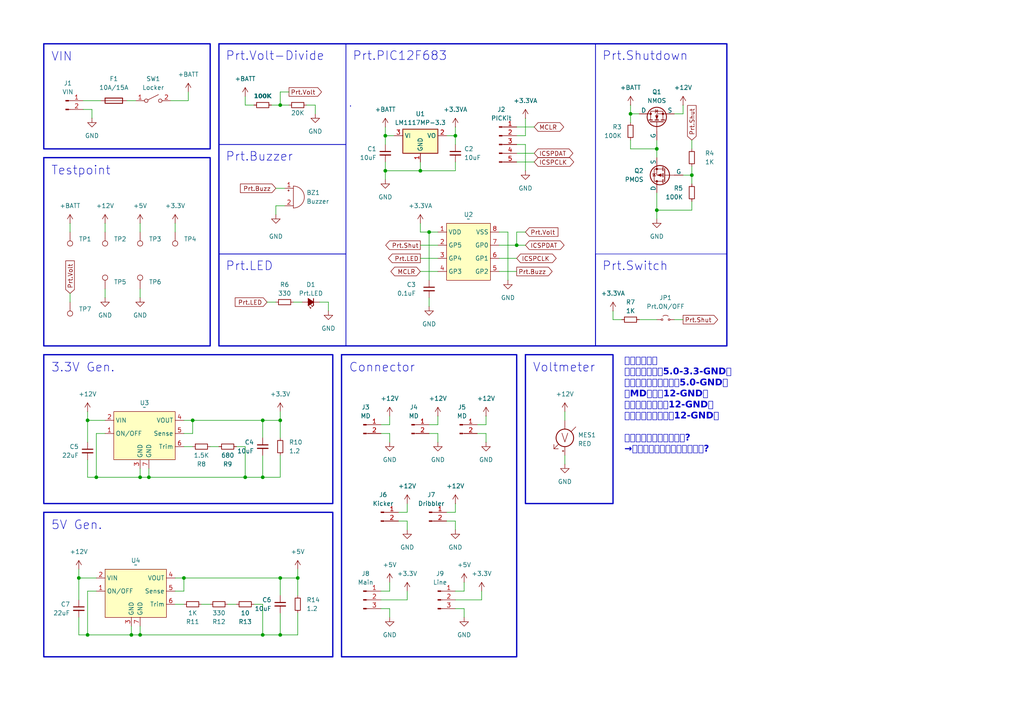
<source format=kicad_sch>
(kicad_sch (version 20231120) (generator "eeschema") (generator_version "8.0")
  (paper "A4")
  (lib_symbols
    (symbol "@2025-power:OKL-T6-W12N"
      (property "Reference" "U" (at 0 1.27 0))
      (symbol "OKL-T6-W12N_1_1"
        (rectangle (start -8.89 0) (end 8.89 -13.97) (fill (type background)))
        (pin passive line (at -11.43 -6.35 0) (length 2.54) (name "ON/OFF") (number "1"))
        (pin power_in line (at -11.43 -2.54 0) (length 2.54) (name "VIN") (number "2"))
        (pin power_out line (at -1.27 -16.51 90) (length 2.54) (name "GND") (number "3"))
        (pin power_out line (at 11.43 -2.54 180) (length 2.54) (name "VOUT") (number "4"))
        (pin passive line (at 11.43 -6.35 180) (length 2.54) (name "Sense") (number "5"))
        (pin passive line (at 11.43 -10.16 180) (length 2.54) (name "Trim") (number "6"))
        (pin power_out line (at 1.27 -16.51 90) (length 2.54) (name "GND") (number "7"))
      )
    )
    (symbol "@2025-power:PIC12F683"
      (property "Reference" "U" (at 0 1.27 0))
      (symbol "PIC12F683_1_1"
        (rectangle (start -6.35 0) (end 6.35 -16.51) (fill (type background)))
        (pin power_in line (at -8.89 -2.54 0) (length 2.54) (name "VDD") (number "1"))
        (pin passive line (at -8.89 -6.35 0) (length 2.54) (name "GP5") (number "2"))
        (pin passive line (at -8.89 -10.16 0) (length 2.54) (name "GP4") (number "3"))
        (pin passive line (at -8.89 -13.97 0) (length 2.54) (name "GP3") (number "4"))
        (pin passive line (at 8.89 -13.97 180) (length 2.54) (name "GP2") (number "5"))
        (pin passive line (at 8.89 -10.16 180) (length 2.54) (name "GP1") (number "6"))
        (pin passive line (at 8.89 -6.35 180) (length 2.54) (name "GP0") (number "7"))
        (pin power_out line (at 8.89 -2.54 180) (length 2.54) (name "VSS") (number "8"))
      )
    )
    (symbol "Connector:Conn_01x02_Pin" (pin_names (offset 1.016) hide)
      (property "Reference" "J" (at 0 2.54 0))
      (property "Value" "Conn_01x02_Pin" (at 0 -5.08 0))
      (symbol "Conn_01x02_Pin_1_1"
        (polyline (pts (xy 1.27 -2.54) (xy 0.8636 -2.54)) (stroke (width 0.1524)))
        (polyline (pts (xy 1.27 0) (xy 0.8636 0)) (stroke (width 0.1524)))
        (rectangle (start 0.8636 -2.413) (end 0 -2.667) (stroke (width 0.1524)) (fill (type outline)))
        (rectangle (start 0.8636 0.127) (end 0 -0.127) (stroke (width 0.1524)) (fill (type outline)))
        (pin passive line (at 5.08 0 180) (length 3.81) (name "Pin_1") (number "1"))
        (pin passive line (at 5.08 -2.54 180) (length 3.81) (name "Pin_2") (number "2"))
      )
    )
    (symbol "Connector:Conn_01x03_Pin" (pin_names (offset 1.016) hide)
      (property "Reference" "J" (at 0 5.08 0))
      (property "Value" "Conn_01x03_Pin" (at 0 -5.08 0))
      (symbol "Conn_01x03_Pin_1_1"
        (polyline (pts (xy 1.27 -2.54) (xy 0.8636 -2.54)) (stroke (width 0.1524)))
        (polyline (pts (xy 1.27 0) (xy 0.8636 0)) (stroke (width 0.1524)))
        (polyline (pts (xy 1.27 2.54) (xy 0.8636 2.54)) (stroke (width 0.1524)))
        (rectangle (start 0.8636 -2.413) (end 0 -2.667) (stroke (width 0.1524)) (fill (type outline)))
        (rectangle (start 0.8636 0.127) (end 0 -0.127) (stroke (width 0.1524)) (fill (type outline)))
        (rectangle (start 0.8636 2.667) (end 0 2.413) (stroke (width 0.1524)) (fill (type outline)))
        (pin passive line (at 5.08 2.54 180) (length 3.81) (name "Pin_1") (number "1"))
        (pin passive line (at 5.08 0 180) (length 3.81) (name "Pin_2") (number "2"))
        (pin passive line (at 5.08 -2.54 180) (length 3.81) (name "Pin_3") (number "3"))
      )
    )
    (symbol "Connector:Conn_01x05_Pin" (pin_names (offset 1.016) hide)
      (property "Reference" "J" (at 0 7.62 0))
      (property "Value" "Conn_01x05_Pin" (at 0 -7.62 0))
      (symbol "Conn_01x05_Pin_1_1"
        (polyline (pts (xy 1.27 -5.08) (xy 0.8636 -5.08)) (stroke (width 0.1524)))
        (polyline (pts (xy 1.27 -2.54) (xy 0.8636 -2.54)) (stroke (width 0.1524)))
        (polyline (pts (xy 1.27 0) (xy 0.8636 0)) (stroke (width 0.1524)))
        (polyline (pts (xy 1.27 2.54) (xy 0.8636 2.54)) (stroke (width 0.1524)))
        (polyline (pts (xy 1.27 5.08) (xy 0.8636 5.08)) (stroke (width 0.1524)))
        (rectangle (start 0.8636 -4.953) (end 0 -5.207) (stroke (width 0.1524)) (fill (type outline)))
        (rectangle (start 0.8636 -2.413) (end 0 -2.667) (stroke (width 0.1524)) (fill (type outline)))
        (rectangle (start 0.8636 0.127) (end 0 -0.127) (stroke (width 0.1524)) (fill (type outline)))
        (rectangle (start 0.8636 2.667) (end 0 2.413) (stroke (width 0.1524)) (fill (type outline)))
        (rectangle (start 0.8636 5.207) (end 0 4.953) (stroke (width 0.1524)) (fill (type outline)))
        (pin passive line (at 5.08 5.08 180) (length 3.81) (name "Pin_1") (number "1"))
        (pin passive line (at 5.08 2.54 180) (length 3.81) (name "Pin_2") (number "2"))
        (pin passive line (at 5.08 0 180) (length 3.81) (name "Pin_3") (number "3"))
        (pin passive line (at 5.08 -2.54 180) (length 3.81) (name "Pin_4") (number "4"))
        (pin passive line (at 5.08 -5.08 180) (length 3.81) (name "Pin_5") (number "5"))
      )
    )
    (symbol "Connector:TestPoint" (pin_numbers hide) (pin_names (offset 0.762) hide)
      (property "Reference" "TP" (at 0 6.858 0))
      (property "Value" "TestPoint" (at 0 5.08 0))
      (symbol "TestPoint_0_1"
        (circle (center 0 3.302) (radius 0.762))
      )
      (symbol "TestPoint_1_1"
        (pin passive line (at 0 0 90) (length 2.54) (name "1") (number "1"))
      )
    )
    (symbol "Device:Buzzer" (pin_names (offset 0.0254) hide)
      (property "Reference" "BZ" (at 3.81 1.27 0))
      (property "Value" "Buzzer" (at 3.81 -1.27 0))
      (symbol "Buzzer_0_1"
        (arc (start 0 -3.175) (mid 3.1612 0) (end 0 3.175))
        (polyline (pts (xy -1.651 1.905) (xy -1.143 1.905)))
        (polyline (pts (xy -1.397 2.159) (xy -1.397 1.651)))
        (polyline (pts (xy 0 3.175) (xy 0 -3.175)))
      )
      (symbol "Buzzer_1_1"
        (pin passive line (at -2.54 2.54 0) (length 2.54) (name "+") (number "1"))
        (pin passive line (at -2.54 -2.54 0) (length 2.54) (name "-") (number "2"))
      )
    )
    (symbol "Device:C_Small" (pin_numbers hide) (pin_names (offset 0.254) hide)
      (property "Reference" "C" (at 0.254 1.778 0))
      (property "Value" "C_Small" (at 0.254 -2.032 0))
      (symbol "C_Small_0_1"
        (polyline (pts (xy -1.524 -0.508) (xy 1.524 -0.508)) (stroke (width 0.3302)))
        (polyline (pts (xy -1.524 0.508) (xy 1.524 0.508)) (stroke (width 0.3048)))
      )
      (symbol "C_Small_1_1"
        (pin passive line (at 0 2.54 270) (length 2.032) (name "~") (number "1"))
        (pin passive line (at 0 -2.54 90) (length 2.032) (name "~") (number "2"))
      )
    )
    (symbol "Device:Fuse" (pin_numbers hide) (pin_names (offset 0))
      (property "Reference" "F" (at 2.032 0 90))
      (property "Value" "Fuse" (at -1.905 0 90))
      (symbol "Fuse_0_1"
        (rectangle (start -0.762 -2.54) (end 0.762 2.54) (stroke (width 0.254)))
        (polyline (pts (xy 0 2.54) (xy 0 -2.54)))
      )
      (symbol "Fuse_1_1"
        (pin passive line (at 0 3.81 270) (length 1.27) (name "~") (number "1"))
        (pin passive line (at 0 -3.81 90) (length 1.27) (name "~") (number "2"))
      )
    )
    (symbol "Device:LED_Small_Filled" (pin_numbers hide) (pin_names (offset 0.254) hide)
      (property "Reference" "D" (at -1.27 3.175 0))
      (property "Value" "LED_Small_Filled" (at -4.445 -2.54 0))
      (symbol "LED_Small_Filled_0_1"
        (polyline (pts (xy -0.762 -1.016) (xy -0.762 1.016)) (stroke (width 0.254)))
        (polyline (pts (xy 1.016 0) (xy -0.762 0)))
        (polyline (pts (xy 0.762 -1.016) (xy -0.762 0) (xy 0.762 1.016) (xy 0.762 -1.016)) (stroke (width 0.254)) (fill (type outline)))
        (polyline (pts (xy 0 0.762) (xy -0.508 1.27) (xy -0.254 1.27) (xy -0.508 1.27) (xy -0.508 1.016)))
        (polyline (pts (xy 0.508 1.27) (xy 0 1.778) (xy 0.254 1.778) (xy 0 1.778) (xy 0 1.524)))
      )
      (symbol "LED_Small_Filled_1_1"
        (pin passive line (at -2.54 0 0) (length 1.778) (name "K") (number "1"))
        (pin passive line (at 2.54 0 180) (length 1.778) (name "A") (number "2"))
      )
    )
    (symbol "Device:R_Small" (pin_numbers hide) (pin_names (offset 0.254) hide)
      (property "Reference" "R" (at 0.762 0.508 0))
      (property "Value" "R_Small" (at 0.762 -1.016 0))
      (symbol "R_Small_0_1"
        (rectangle (start -0.762 1.778) (end 0.762 -1.778) (stroke (width 0.2032)))
      )
      (symbol "R_Small_1_1"
        (pin passive line (at 0 2.54 270) (length 0.762) (name "~") (number "1"))
        (pin passive line (at 0 -2.54 90) (length 0.762) (name "~") (number "2"))
      )
    )
    (symbol "Device:Voltmeter_DC" (pin_numbers hide) (pin_names (offset 0.0254) hide)
      (property "Reference" "MES" (at -3.302 1.016 0))
      (property "Value" "Voltmeter_DC" (at -3.302 -0.762 0))
      (symbol "Voltmeter_DC_0_0"
        (polyline (pts (xy -3.175 -3.175) (xy -1.905 -1.905)))
        (polyline (pts (xy 1.905 1.905) (xy 3.175 3.175)))
        (polyline (pts (xy 1.905 3.175) (xy 3.175 3.175) (xy 3.175 1.905)))
        (text "V" (at 0 0 0) (effects (font (size 2.54 2.54))))
      )
      (symbol "Voltmeter_DC_0_1"
        (polyline (pts (xy 0.254 3.81) (xy 0.762 3.81)))
        (polyline (pts (xy 0.508 4.064) (xy 0.508 3.556)))
        (circle (center 0 0) (radius 2.54) (stroke (width 0.254)))
      )
      (symbol "Voltmeter_DC_1_1"
        (pin passive line (at 0 -5.08 90) (length 2.54) (name "-") (number "1"))
        (pin passive line (at 0 5.08 270) (length 2.54) (name "+") (number "2"))
      )
    )
    (symbol "Jumper:Jumper_2_Small_Open" (pin_numbers hide) (pin_names (offset 0) hide) (exclude_from_sim yes)
      (property "Reference" "JP" (at 0 2.794 0))
      (property "Value" "Jumper_2_Small_Open" (at 0 -2.286 0))
      (symbol "Jumper_2_Small_Open_0_0"
        (circle (center -1.016 0) (radius 0.254))
        (circle (center 1.016 0) (radius 0.254))
      )
      (symbol "Jumper_2_Small_Open_0_1"
        (arc (start 0.762 1.0196) (mid 0 1.2729) (end -0.762 1.0196))
      )
      (symbol "Jumper_2_Small_Open_1_1"
        (pin passive line (at -2.54 0 0) (length 1.27) (name "A") (number "1"))
        (pin passive line (at 2.54 0 180) (length 1.27) (name "B") (number "2"))
      )
    )
    (symbol "Regulator_Linear:LM1117MP-3.3"
      (property "Reference" "U" (at -3.81 3.175 0))
      (property "Value" "LM1117MP-3.3" (at 0 3.175 0))
      (symbol "LM1117MP-3.3_0_1"
        (rectangle (start -5.08 -5.08) (end 5.08 1.905) (stroke (width 0.254)) (fill (type background)))
      )
      (symbol "LM1117MP-3.3_1_1"
        (pin power_in line (at 0 -7.62 90) (length 2.54) (name "GND") (number "1"))
        (pin power_out line (at 7.62 0 180) (length 2.54) (name "VO") (number "2"))
        (pin power_in line (at -7.62 0 0) (length 2.54) (name "VI") (number "3"))
      )
    )
    (symbol "Simulation_SPICE:NMOS" (pin_numbers hide) (pin_names (offset 0))
      (property "Reference" "Q" (at 5.08 1.27 0))
      (property "Value" "NMOS" (at 5.08 -1.27 0))
      (symbol "NMOS_0_1"
        (polyline (pts (xy 0.254 0) (xy -2.54 0)))
        (polyline (pts (xy 0.254 1.905) (xy 0.254 -1.905)) (stroke (width 0.254)))
        (polyline (pts (xy 0.762 -1.27) (xy 0.762 -2.286)) (stroke (width 0.254)))
        (polyline (pts (xy 0.762 0.508) (xy 0.762 -0.508)) (stroke (width 0.254)))
        (polyline (pts (xy 0.762 2.286) (xy 0.762 1.27)) (stroke (width 0.254)))
        (polyline (pts (xy 2.54 2.54) (xy 2.54 1.778)))
        (polyline (pts (xy 2.54 -2.54) (xy 2.54 0) (xy 0.762 0)))
        (polyline (pts (xy 0.762 -1.778) (xy 3.302 -1.778) (xy 3.302 1.778) (xy 0.762 1.778)))
        (polyline (pts (xy 1.016 0) (xy 2.032 0.381) (xy 2.032 -0.381) (xy 1.016 0)) (fill (type outline)))
        (polyline (pts (xy 2.794 0.508) (xy 2.921 0.381) (xy 3.683 0.381) (xy 3.81 0.254)))
        (polyline (pts (xy 3.302 0.381) (xy 2.921 -0.254) (xy 3.683 -0.254) (xy 3.302 0.381)))
        (circle (center 1.651 0) (radius 2.794) (stroke (width 0.254)))
        (circle (center 2.54 -1.778) (radius 0.254) (fill (type outline)))
        (circle (center 2.54 1.778) (radius 0.254) (fill (type outline)))
      )
      (symbol "NMOS_1_1"
        (pin passive line (at 2.54 5.08 270) (length 2.54) (name "D") (number "1"))
        (pin input line (at -5.08 0 0) (length 2.54) (name "G") (number "2"))
        (pin passive line (at 2.54 -5.08 90) (length 2.54) (name "S") (number "3"))
      )
    )
    (symbol "Simulation_SPICE:PMOS" (pin_numbers hide) (pin_names (offset 0))
      (property "Reference" "Q" (at 5.08 1.27 0))
      (property "Value" "PMOS" (at 5.08 -1.27 0))
      (symbol "PMOS_0_1"
        (polyline (pts (xy 0.254 0) (xy -2.54 0)))
        (polyline (pts (xy 0.254 1.905) (xy 0.254 -1.905)) (stroke (width 0.254)))
        (polyline (pts (xy 0.762 -1.27) (xy 0.762 -2.286)) (stroke (width 0.254)))
        (polyline (pts (xy 0.762 0.508) (xy 0.762 -0.508)) (stroke (width 0.254)))
        (polyline (pts (xy 0.762 2.286) (xy 0.762 1.27)) (stroke (width 0.254)))
        (polyline (pts (xy 2.54 2.54) (xy 2.54 1.778)))
        (polyline (pts (xy 2.54 -2.54) (xy 2.54 0) (xy 0.762 0)))
        (polyline (pts (xy 0.762 1.778) (xy 3.302 1.778) (xy 3.302 -1.778) (xy 0.762 -1.778)))
        (polyline (pts (xy 2.286 0) (xy 1.27 0.381) (xy 1.27 -0.381) (xy 2.286 0)) (fill (type outline)))
        (polyline (pts (xy 2.794 -0.508) (xy 2.921 -0.381) (xy 3.683 -0.381) (xy 3.81 -0.254)))
        (polyline (pts (xy 3.302 -0.381) (xy 2.921 0.254) (xy 3.683 0.254) (xy 3.302 -0.381)))
        (circle (center 1.651 0) (radius 2.794) (stroke (width 0.254)))
        (circle (center 2.54 -1.778) (radius 0.254) (fill (type outline)))
        (circle (center 2.54 1.778) (radius 0.254) (fill (type outline)))
      )
      (symbol "PMOS_1_1"
        (pin passive line (at 2.54 5.08 270) (length 2.54) (name "D") (number "1"))
        (pin input line (at -5.08 0 0) (length 2.54) (name "G") (number "2"))
        (pin passive line (at 2.54 -5.08 90) (length 2.54) (name "S") (number "3"))
      )
    )
    (symbol "Switch:SW_SPST" (pin_names (offset 0) hide)
      (property "Reference" "SW" (at 0 3.175 0))
      (property "Value" "SW_SPST" (at 0 -2.54 0))
      (symbol "SW_SPST_0_0"
        (circle (center -2.032 0) (radius 0.508))
        (polyline (pts (xy -1.524 0.254) (xy 1.524 1.778)))
        (circle (center 2.032 0) (radius 0.508))
      )
      (symbol "SW_SPST_1_1"
        (pin passive line (at -5.08 0 0) (length 2.54) (name "A") (number "1"))
        (pin passive line (at 5.08 0 180) (length 2.54) (name "B") (number "2"))
      )
    )
    (symbol "power:+12V" (power) (pin_numbers hide) (pin_names (offset 0) hide)
      (property "Value" "+12V" (at 0 3.556 0))
      (symbol "+12V_0_1"
        (polyline (pts (xy -0.762 1.27) (xy 0 2.54)))
        (polyline (pts (xy 0 0) (xy 0 2.54)))
        (polyline (pts (xy 0 2.54) (xy 0.762 1.27)))
      )
      (symbol "+12V_1_1"
        (pin power_in line (at 0 0 90) (length 0) (name "~") (number "1"))
      )
    )
    (symbol "power:+3.3V" (power) (pin_numbers hide) (pin_names (offset 0) hide)
      (property "Value" "+3.3V" (at 0 3.556 0))
      (symbol "+3.3V_0_1"
        (polyline (pts (xy -0.762 1.27) (xy 0 2.54)))
        (polyline (pts (xy 0 0) (xy 0 2.54)))
        (polyline (pts (xy 0 2.54) (xy 0.762 1.27)))
      )
      (symbol "+3.3V_1_1"
        (pin power_in line (at 0 0 90) (length 0) (name "~") (number "1"))
      )
    )
    (symbol "power:+3.3VA" (power) (pin_numbers hide) (pin_names (offset 0) hide)
      (property "Value" "+3.3VA" (at 0 3.556 0))
      (symbol "+3.3VA_0_1"
        (polyline (pts (xy -0.762 1.27) (xy 0 2.54)))
        (polyline (pts (xy 0 0) (xy 0 2.54)))
        (polyline (pts (xy 0 2.54) (xy 0.762 1.27)))
      )
      (symbol "+3.3VA_1_1"
        (pin power_in line (at 0 0 90) (length 0) (name "~") (number "1"))
      )
    )
    (symbol "power:+5V" (power) (pin_numbers hide) (pin_names (offset 0) hide)
      (property "Value" "+5V" (at 0 3.556 0))
      (symbol "+5V_0_1"
        (polyline (pts (xy -0.762 1.27) (xy 0 2.54)))
        (polyline (pts (xy 0 0) (xy 0 2.54)))
        (polyline (pts (xy 0 2.54) (xy 0.762 1.27)))
      )
      (symbol "+5V_1_1"
        (pin power_in line (at 0 0 90) (length 0) (name "~") (number "1"))
      )
    )
    (symbol "power:+BATT" (power) (pin_numbers hide) (pin_names (offset 0) hide)
      (property "Value" "+BATT" (at 0 3.556 0))
      (symbol "+BATT_0_1"
        (polyline (pts (xy -0.762 1.27) (xy 0 2.54)))
        (polyline (pts (xy 0 0) (xy 0 2.54)))
        (polyline (pts (xy 0 2.54) (xy 0.762 1.27)))
      )
      (symbol "+BATT_1_1"
        (pin power_in line (at 0 0 90) (length 0) (name "~") (number "1"))
      )
    )
    (symbol "power:GND" (power) (pin_numbers hide) (pin_names (offset 0) hide)
      (property "Value" "GND" (at 0 -3.81 0))
      (symbol "GND_0_1"
        (polyline (pts (xy 0 0) (xy 0 -1.27) (xy 1.27 -1.27) (xy 0 -2.54) (xy -1.27 -1.27) (xy 0 -1.27)))
      )
      (symbol "GND_1_1"
        (pin power_in line (at 0 0 270) (length 0) (name "~") (number "1"))
      )
    )
  )
  (junction (at 27.94 138.43))
  (junction (at 111.76 39.37))
  (junction (at 149.86 71.12))
  (junction (at 40.64 184.15))
  (junction (at 40.64 138.43))
  (junction (at 124.46 67.31))
  (junction (at 111.76 49.53))
  (junction (at 25.4 121.92))
  (junction (at 132.08 39.37))
  (junction (at 43.18 138.43))
  (junction (at 190.5 60.96))
  (junction (at 53.34 167.64))
  (junction (at 121.92 49.53))
  (junction (at 81.28 167.64))
  (junction (at 200.66 50.8))
  (junction (at 81.28 121.92))
  (junction (at 182.88 33.02))
  (junction (at 81.28 30.48))
  (junction (at 76.2 121.92))
  (junction (at 86.36 167.64))
  (junction (at 76.2 184.15))
  (junction (at 38.1 184.15))
  (junction (at 190.5 43.18))
  (junction (at 22.86 167.64))
  (junction (at 25.4 184.15))
  (junction (at 76.2 138.43))
  (junction (at 71.12 138.43))
  (junction (at 81.28 184.15))
  (junction (at 55.88 121.92))
  (wire (pts (xy 110.49 176.53) (xy 113.03 176.53)))
  (wire (pts (xy 198.12 50.8) (xy 200.66 50.8)))
  (wire (pts (xy 111.76 39.37) (xy 111.76 41.91)))
  (wire (pts (xy 86.36 167.64) (xy 81.28 167.64)))
  (wire (pts (xy 71.12 30.48) (xy 73.66 30.48)))
  (wire (pts (xy 60.96 129.54) (xy 63.5 129.54)))
  (wire (pts (xy 22.86 165.1) (xy 22.86 167.64)))
  (wire (pts (xy 132.08 171.45) (xy 134.62 171.45)))
  (wire (pts (xy 111.76 49.53) (xy 121.92 49.53)))
  (wire (pts (xy 129.54 148.59) (xy 132.08 148.59)))
  (wire (pts (xy 121.92 46.99) (xy 121.92 49.53)))
  (wire (pts (xy 39.37 29.21) (xy 36.83 29.21)))
  (wire (pts (xy 115.57 148.59) (xy 118.11 148.59)))
  (wire (pts (xy 50.8 171.45) (xy 53.34 171.45)))
  (wire (pts (xy 76.2 127) (xy 76.2 121.92)))
  (wire (pts (xy 55.88 121.92) (xy 76.2 121.92)))
  (wire (pts (xy 25.4 138.43) (xy 27.94 138.43)))
  (wire (pts (xy 113.03 128.27) (xy 113.03 125.73)))
  (wire (pts (xy 66.04 175.26) (xy 68.58 175.26)))
  (wire (pts (xy 190.5 60.96) (xy 190.5 63.5)))
  (wire (pts (xy 110.49 171.45) (xy 113.03 171.45)))
  (wire (pts (xy 149.86 46.99) (xy 154.94 46.99)))
  (wire (pts (xy 80.01 54.61) (xy 82.55 54.61)))
  (wire (pts (xy 25.4 171.45) (xy 25.4 184.15)))
  (wire (pts (xy 53.34 171.45) (xy 53.34 167.64)))
  (wire (pts (xy 73.66 175.26) (xy 76.2 175.26)))
  (wire (pts (xy 127 128.27) (xy 127 125.73)))
  (wire (pts (xy 88.9 30.48) (xy 91.44 30.48)))
  (wire (pts (xy 113.03 168.91) (xy 113.03 171.45)))
  (wire (pts (xy 54.61 26.67) (xy 54.61 29.21)))
  (wire (pts (xy 111.76 39.37) (xy 114.3 39.37)))
  (wire (pts (xy 132.08 49.53) (xy 121.92 49.53)))
  (wire (pts (xy 27.94 171.45) (xy 25.4 171.45)))
  (wire (pts (xy 113.03 176.53) (xy 113.03 179.07)))
  (wire (pts (xy 92.71 87.63) (xy 95.25 87.63)))
  (wire (pts (xy 95.25 87.63) (xy 95.25 90.17)))
  (wire (pts (xy 182.88 40.64) (xy 182.88 43.18)))
  (wire (pts (xy 132.08 176.53) (xy 134.62 176.53)))
  (wire (pts (xy 149.86 41.91) (xy 152.4 41.91)))
  (wire (pts (xy 30.48 86.36) (xy 30.48 83.82)))
  (wire (pts (xy 24.13 29.21) (xy 29.21 29.21)))
  (wire (pts (xy 53.34 125.73) (xy 55.88 125.73)))
  (wire (pts (xy 71.12 129.54) (xy 71.12 138.43)))
  (wire (pts (xy 144.78 74.93) (xy 149.86 74.93)))
  (wire (pts (xy 118.11 171.45) (xy 118.11 173.99)))
  (wire (pts (xy 198.12 92.71) (xy 195.58 92.71)))
  (wire (pts (xy 124.46 123.19) (xy 127 123.19)))
  (wire (pts (xy 182.88 43.18) (xy 190.5 43.18)))
  (wire (pts (xy 111.76 36.83) (xy 111.76 39.37)))
  (wire (pts (xy 50.8 64.77) (xy 50.8 67.31)))
  (wire (pts (xy 190.5 40.64) (xy 190.5 43.18)))
  (wire (pts (xy 138.43 123.19) (xy 140.97 123.19)))
  (wire (pts (xy 50.8 175.26) (xy 53.34 175.26)))
  (wire (pts (xy 85.09 87.63) (xy 87.63 87.63)))
  (wire (pts (xy 71.12 138.43) (xy 76.2 138.43)))
  (wire (pts (xy 124.46 67.31) (xy 127 67.31)))
  (wire (pts (xy 76.2 138.43) (xy 81.28 138.43)))
  (wire (pts (xy 20.32 64.77) (xy 20.32 67.31)))
  (wire (pts (xy 38.1 184.15) (xy 38.1 181.61)))
  (wire (pts (xy 149.86 44.45) (xy 154.94 44.45)))
  (wire (pts (xy 140.97 128.27) (xy 140.97 125.73)))
  (wire (pts (xy 81.28 30.48) (xy 83.82 30.48)))
  (wire (pts (xy 81.28 132.08) (xy 81.28 138.43)))
  (wire (pts (xy 198.12 30.48) (xy 198.12 33.02)))
  (wire (pts (xy 200.66 60.96) (xy 200.66 58.42)))
  (wire (pts (xy 149.86 39.37) (xy 152.4 39.37)))
  (wire (pts (xy 134.62 176.53) (xy 134.62 179.07)))
  (wire (pts (xy 182.88 30.48) (xy 182.88 33.02)))
  (wire (pts (xy 30.48 64.77) (xy 30.48 67.31)))
  (wire (pts (xy 78.74 30.48) (xy 81.28 30.48)))
  (wire (pts (xy 81.28 184.15) (xy 86.36 184.15)))
  (wire (pts (xy 190.5 43.18) (xy 190.5 45.72)))
  (wire (pts (xy 76.2 132.08) (xy 76.2 138.43)))
  (wire (pts (xy 134.62 168.91) (xy 134.62 171.45)))
  (wire (pts (xy 40.64 86.36) (xy 40.64 83.82)))
  (wire (pts (xy 185.42 92.71) (xy 190.5 92.71)))
  (wire (pts (xy 152.4 41.91) (xy 152.4 49.53)))
  (wire (pts (xy 139.7 171.45) (xy 139.7 173.99)))
  (wire (pts (xy 25.4 121.92) (xy 30.48 121.92)))
  (wire (pts (xy 121.92 78.74) (xy 127 78.74)))
  (wire (pts (xy 127 125.73) (xy 124.46 125.73)))
  (wire (pts (xy 190.5 60.96) (xy 200.66 60.96)))
  (wire (pts (xy 149.86 71.12) (xy 144.78 71.12)))
  (wire (pts (xy 53.34 129.54) (xy 55.88 129.54)))
  (wire (pts (xy 118.11 146.05) (xy 118.11 148.59)))
  (wire (pts (xy 25.4 133.35) (xy 25.4 138.43)))
  (wire (pts (xy 113.03 120.65) (xy 113.03 123.19)))
  (wire (pts (xy 177.8 92.71) (xy 180.34 92.71)))
  (wire (pts (xy 40.64 184.15) (xy 76.2 184.15)))
  (wire (pts (xy 86.36 165.1) (xy 86.36 167.64)))
  (wire (pts (xy 86.36 177.8) (xy 86.36 184.15)))
  (wire (pts (xy 26.67 31.75) (xy 26.67 34.29)))
  (wire (pts (xy 40.64 184.15) (xy 38.1 184.15)))
  (wire (pts (xy 124.46 86.36) (xy 124.46 88.9)))
  (wire (pts (xy 49.53 29.21) (xy 54.61 29.21)))
  (wire (pts (xy 163.83 119.38) (xy 163.83 121.92)))
  (wire (pts (xy 118.11 153.67) (xy 118.11 151.13)))
  (wire (pts (xy 83.82 26.67) (xy 81.28 26.67)))
  (wire (pts (xy 76.2 184.15) (xy 81.28 184.15)))
  (wire (pts (xy 127 120.65) (xy 127 123.19)))
  (wire (pts (xy 147.32 67.31) (xy 147.32 81.28)))
  (wire (pts (xy 195.58 33.02) (xy 198.12 33.02)))
  (wire (pts (xy 110.49 173.99) (xy 118.11 173.99)))
  (wire (pts (xy 86.36 172.72) (xy 86.36 167.64)))
  (wire (pts (xy 144.78 78.74) (xy 149.86 78.74)))
  (wire (pts (xy 124.46 67.31) (xy 124.46 81.28)))
  (wire (pts (xy 77.47 87.63) (xy 80.01 87.63)))
  (wire (pts (xy 110.49 123.19) (xy 113.03 123.19)))
  (wire (pts (xy 81.28 26.67) (xy 81.28 30.48)))
  (wire (pts (xy 53.34 121.92) (xy 55.88 121.92)))
  (wire (pts (xy 68.58 129.54) (xy 71.12 129.54)))
  (wire (pts (xy 132.08 151.13) (xy 129.54 151.13)))
  (wire (pts (xy 91.44 30.48) (xy 91.44 33.02)))
  (wire (pts (xy 118.11 151.13) (xy 115.57 151.13)))
  (wire (pts (xy 58.42 175.26) (xy 60.96 175.26)))
  (wire (pts (xy 132.08 173.99) (xy 139.7 173.99)))
  (wire (pts (xy 182.88 33.02) (xy 185.42 33.02)))
  (wire (pts (xy 121.92 74.93) (xy 127 74.93)))
  (wire (pts (xy 43.18 138.43) (xy 40.64 138.43)))
  (wire (pts (xy 149.86 71.12) (xy 149.86 67.31)))
  (wire (pts (xy 200.66 53.34) (xy 200.66 50.8)))
  (wire (pts (xy 152.4 71.12) (xy 149.86 71.12)))
  (wire (pts (xy 200.66 40.64) (xy 200.66 43.18)))
  (wire (pts (xy 24.13 31.75) (xy 26.67 31.75)))
  (wire (pts (xy 132.08 41.91) (xy 132.08 39.37)))
  (wire (pts (xy 40.64 181.61) (xy 40.64 184.15)))
  (wire (pts (xy 27.94 138.43) (xy 40.64 138.43)))
  (wire (pts (xy 132.08 146.05) (xy 132.08 148.59)))
  (wire (pts (xy 53.34 167.64) (xy 81.28 167.64)))
  (wire (pts (xy 25.4 119.38) (xy 25.4 121.92)))
  (wire (pts (xy 149.86 36.83) (xy 154.94 36.83)))
  (wire (pts (xy 129.54 39.37) (xy 132.08 39.37)))
  (wire (pts (xy 55.88 125.73) (xy 55.88 121.92)))
  (wire (pts (xy 22.86 179.07) (xy 22.86 184.15)))
  (wire (pts (xy 132.08 153.67) (xy 132.08 151.13)))
  (wire (pts (xy 121.92 71.12) (xy 127 71.12)))
  (wire (pts (xy 82.55 59.69) (xy 80.01 59.69)))
  (wire (pts (xy 111.76 46.99) (xy 111.76 49.53)))
  (wire (pts (xy 121.92 64.77) (xy 121.92 67.31)))
  (wire (pts (xy 121.92 67.31) (xy 124.46 67.31)))
  (wire (pts (xy 25.4 184.15) (xy 38.1 184.15)))
  (wire (pts (xy 25.4 121.92) (xy 25.4 128.27)))
  (wire (pts (xy 27.94 125.73) (xy 27.94 138.43)))
  (wire (pts (xy 182.88 33.02) (xy 182.88 35.56)))
  (wire (pts (xy 81.28 127) (xy 81.28 121.92)))
  (wire (pts (xy 30.48 125.73) (xy 27.94 125.73)))
  (wire (pts (xy 40.64 64.77) (xy 40.64 67.31)))
  (wire (pts (xy 177.8 90.17) (xy 177.8 92.71)))
  (wire (pts (xy 22.86 167.64) (xy 27.94 167.64)))
  (wire (pts (xy 147.32 67.31) (xy 144.78 67.31)))
  (wire (pts (xy 76.2 175.26) (xy 76.2 184.15)))
  (wire (pts (xy 111.76 49.53) (xy 111.76 52.07)))
  (wire (pts (xy 113.03 125.73) (xy 110.49 125.73)))
  (wire (pts (xy 20.32 85.09) (xy 20.32 87.63)))
  (wire (pts (xy 50.8 167.64) (xy 53.34 167.64)))
  (wire (pts (xy 22.86 184.15) (xy 25.4 184.15)))
  (wire (pts (xy 190.5 55.88) (xy 190.5 60.96)))
  (wire (pts (xy 71.12 27.94) (xy 71.12 30.48)))
  (wire (pts (xy 43.18 138.43) (xy 71.12 138.43)))
  (wire (pts (xy 81.28 177.8) (xy 81.28 184.15)))
  (wire (pts (xy 140.97 120.65) (xy 140.97 123.19)))
  (wire (pts (xy 43.18 135.89) (xy 43.18 138.43)))
  (wire (pts (xy 81.28 119.38) (xy 81.28 121.92)))
  (wire (pts (xy 140.97 125.73) (xy 138.43 125.73)))
  (wire (pts (xy 81.28 172.72) (xy 81.28 167.64)))
  (wire (pts (xy 152.4 34.29) (xy 152.4 39.37)))
  (wire (pts (xy 81.28 121.92) (xy 76.2 121.92)))
  (wire (pts (xy 132.08 46.99) (xy 132.08 49.53)))
  (wire (pts (xy 149.86 67.31) (xy 152.4 67.31)))
  (wire (pts (xy 22.86 167.64) (xy 22.86 173.99)))
  (wire (pts (xy 132.08 36.83) (xy 132.08 39.37)))
  (wire (pts (xy 163.83 134.62) (xy 163.83 132.08)))
  (wire (pts (xy 200.66 48.26) (xy 200.66 50.8)))
  (wire (pts (xy 40.64 138.43) (xy 40.64 135.89)))
  (wire (pts (xy 80.01 59.69) (xy 80.01 62.23)))
  (rectangle (start 63.5 12.7) (end 210.82 100.33) (stroke (width 0.381)))
  (text_box "Prt.Volt-Divide" (at 63.5 12.7 0) (size 36.83 29.21) (effects (font (size 2.54 2.54)) (justify left top)))
  (text_box "Prt.Switch" (at 172.72 73.66 0) (size 38.1 26.67) (effects (font (size 2.54 2.54)) (justify left top)))
  (text_box "Prt.Buzzer" (at 63.5 41.91 0) (size 36.83 31.75) (effects (font (size 2.54 2.54)) (justify left top)))
  (text_box "3.3V Gen." (at 12.7 102.87 0) (size 83.82 43.18) (stroke (width 0.381)) (effects (font (size 2.54 2.54)) (justify left top)))
  (text_box "Connector" (at 99.06 102.87 0) (size 50.8 87.63) (stroke (width 0.381)) (effects (font (size 2.54 2.54)) (justify left top)))
  (text_box "Testpoint" (at 12.7 45.72 0) (size 48.26 54.61) (stroke (width 0.381)) (effects (font (size 2.54 2.54)) (justify left top)))
  (text_box "5V Gen." (at 12.7 148.59 0) (size 83.82 41.91) (stroke (width 0.381)) (effects (font (size 2.54 2.54)) (justify left top)))
  (text_box "Prt.Shutdown" (at 172.72 12.7 0) (size 38.1 87.63) (effects (font (size 2.54 2.54)) (justify left top)))
  (text_box "Prt.PIC12F683" (at 100.33 12.7 0) (size 72.39 87.63) (effects (font (size 2.54 2.54)) (justify left top)))
  (text_box "VIN" (at 12.7 12.7 0) (size 48.26 30.48) (stroke (width 0.381)) (effects (font (size 2.54 2.54)) (justify left top)))
  (text_box "Prt.LED" (at 63.5 73.66 0) (size 36.83 26.67) (effects (font (size 2.54 2.54)) (justify left top)))
  (text_box "Voltmeter" (at 152.4 102.87 0) (size 25.4 43.18) (stroke (width 0.381)) (effects (font (size 2.54 2.54)) (justify left top)))
  (text "Div.Volt" (at 101.6 30.988 0) (effects (font (size 0.001 0.001)) (justify left)))
  (text "【コネクタ】\n・メイン基板（5.0-3.3-GND）\n・ラインセンサ基板（5.0-GND）\n・MD基板（12-GND）\n・キッカー基板（12-GND）\n・ドリブラー基板（12-GND）\n\n集約したほうがいいのか?\n→電圧降下はどのぐらい起きる?" (at 181.102 118.11 0) (effects (font (size 1.905 1.905) (bold yes)) (justify left)))
  (global_label "ICSPCLK" (shape bidirectional) (at 154.94 46.99 0) (property "Intersheetrefs" "${INTERSHEET_REFS}" (effects (hide yes))))
  (global_label "MCLR" (shape bidirectional) (at 154.94 36.83 0) (property "Intersheetrefs" "${INTERSHEET_REFS}" (effects (hide yes))))
  (global_label "MCLR" (shape bidirectional) (at 121.92 78.74 180) (property "Intersheetrefs" "${INTERSHEET_REFS}" (effects (hide yes))))
  (global_label "Prt.Buzz" (shape output) (at 149.86 78.74 0) (property "Intersheetrefs" "${INTERSHEET_REFS}" (effects (hide yes))))
  (global_label "Prt.Volt" (shape output) (at 83.82 26.67 0) (property "Intersheetrefs" "${INTERSHEET_REFS}" (effects (hide yes))))
  (global_label "Prt.Volt" (shape input) (at 152.4 67.31 0) (property "Intersheetrefs" "${INTERSHEET_REFS}" (effects (hide yes))))
  (global_label "ICSPCLK" (shape bidirectional) (at 149.86 74.93 0) (property "Intersheetrefs" "${INTERSHEET_REFS}" (effects (hide yes))))
  (global_label "Prt.LED" (shape input) (at 77.47 87.63 180) (property "Intersheetrefs" "${INTERSHEET_REFS}" (effects (hide yes))))
  (global_label "Prt.Buzz" (shape input) (at 80.01 54.61 180) (property "Intersheetrefs" "${INTERSHEET_REFS}" (effects (hide yes))))
  (global_label "Prt.Volt" (shape input) (at 20.32 85.09 90) (property "Intersheetrefs" "${INTERSHEET_REFS}" (effects (hide yes))))
  (global_label "ICSPDAT" (shape bidirectional) (at 152.4 71.12 0) (property "Intersheetrefs" "${INTERSHEET_REFS}" (effects (hide yes))))
  (global_label "Prt.Shut" (shape output) (at 198.12 92.71 0) (property "Intersheetrefs" "${INTERSHEET_REFS}" (effects (hide yes))))
  (global_label "Prt.Shut" (shape output) (at 121.92 71.12 180) (property "Intersheetrefs" "${INTERSHEET_REFS}" (effects (hide yes))))
  (global_label "Prt.Shut" (shape input) (at 200.66 40.64 90) (property "Intersheetrefs" "${INTERSHEET_REFS}" (effects (hide yes))))
  (global_label "Prt.LED" (shape output) (at 121.92 74.93 180) (property "Intersheetrefs" "${INTERSHEET_REFS}" (effects (hide yes))))
  (global_label "ICSPDAT" (shape bidirectional) (at 154.94 44.45 0) (property "Intersheetrefs" "${INTERSHEET_REFS}" (effects (hide yes))))
  (symbol (lib_id "Device:R_Small") (at 58.42 129.54 90) (mirror x) (unit 1)
    (property "Reference" "R8" (at 58.42 134.62 90))
    (property "Value" "1.5K" (at 58.42 132.08 90))
    (property "Description" "Resistor, small symbol" (effects (hide yes)))
  )
  (symbol (lib_id "power:+BATT") (at 20.32 64.77 0) (unit 1)
    (property "Reference" "#PWR014" (effects (hide yes)))
    (property "Value" "+BATT" (at 20.32 59.69 0))
    (property "Description" "Power symbol creates a global label with name \"+BATT\"" (effects (hide yes)))
  )
  (symbol (lib_id "Device:R_Small") (at 55.88 175.26 90) (mirror x) (unit 1)
    (property "Reference" "R11" (at 55.88 180.34 90))
    (property "Value" "1K" (at 55.88 177.8 90))
    (property "Description" "Resistor, small symbol" (effects (hide yes)))
  )
  (symbol (lib_id "power:GND") (at 113.03 128.27 0) (unit 1)
    (property "Reference" "#PWR031" (effects (hide yes)))
    (property "Value" "GND" (at 113.03 133.35 0))
    (property "Description" "Power symbol creates a global label with name \"GND\" , ground" (effects (hide yes)))
  )
  (symbol (lib_id "Connector:TestPoint") (at 40.64 83.82 0) (mirror y) (unit 1)
    (property "Reference" "TP6" (at 43.18 81.788 0) (effects (justify right)))
    (property "Value" "TestPoint" (effects (hide yes)))
    (property "Description" "test point" (effects (hide yes)))
  )
  (symbol (lib_id "Connector:Conn_01x02_Pin") (at 119.38 123.19 0) (unit 1)
    (property "Reference" "J4" (at 120.015 118.11 0))
    (property "Value" "MD" (at 120.015 120.65 0))
    (property "Description" "Generic connector, single row, 01x02, script generated" (effects (hide yes)))
  )
  (symbol (lib_id "Device:R_Small") (at 82.55 87.63 90) (unit 1)
    (property "Reference" "R6" (at 82.55 82.55 90))
    (property "Value" "330" (at 82.55 85.09 90))
    (property "Description" "Resistor, small symbol" (effects (hide yes)))
  )
  (symbol (lib_id "Switch:SW_SPST") (at 44.45 29.21 0) (unit 1)
    (property "Reference" "SW1" (at 44.45 22.86 0))
    (property "Value" "Locker" (at 44.45 25.4 0))
    (property "Description" "Single Pole Single Throw (SPST) switch" (effects (hide yes)))
  )
  (symbol (lib_id "Device:R_Small") (at 76.2 30.48 90) (unit 1)
    (property "Reference" "R1" (effects (hide yes)))
    (property "Value" "100K" (at 76.2 27.94 90))
    (property "Description" "Resistor, small symbol" (effects (hide yes)))
  )
  (symbol (lib_id "power:GND") (at 80.01 62.23 0) (unit 1)
    (property "Reference" "#PWR012" (effects (hide yes)))
    (property "Value" "GND" (at 80.01 68.58 0))
    (property "Description" "Power symbol creates a global label with name \"GND\" , ground" (effects (hide yes)))
  )
  (symbol (lib_id "power:+5V") (at 40.64 64.77 0) (unit 1)
    (property "Reference" "#PWR016" (effects (hide yes)))
    (property "Value" "+5V" (at 40.64 59.69 0))
    (property "Description" "Power symbol creates a global label with name \"+5V\"" (effects (hide yes)))
  )
  (symbol (lib_id "power:+3.3VA") (at 121.92 64.77 0) (unit 1)
    (property "Reference" "#PWR018" (effects (hide yes)))
    (property "Value" "+3.3VA" (at 121.92 59.69 0))
    (property "Description" "Power symbol creates a global label with name \"+3.3VA\"" (effects (hide yes)))
  )
  (symbol (lib_id "power:GND") (at 147.32 81.28 0) (unit 1)
    (property "Reference" "#PWR019" (effects (hide yes)))
    (property "Value" "GND" (at 147.32 86.36 0))
    (property "Description" "Power symbol creates a global label with name \"GND\" , ground" (effects (hide yes)))
  )
  (symbol (lib_id "Regulator_Linear:LM1117MP-3.3") (at 121.92 39.37 0) (unit 1)
    (property "Reference" "U1" (at 121.92 33.02 0))
    (property "Value" "LM1117MP-3.3" (at 121.92 35.56 0))
    (property "Footprint" "Package_TO_SOT_SMD:SOT-223-3_TabPin2" (effects (hide yes)))
    (property "Datasheet" "http://www.ti.com/lit/ds/symlink/lm1117.pdf" (effects (hide yes)))
    (property "Description" "800mA Low-Dropout Linear Regulator, 3.3V fixed output, SOT-223" (effects (hide yes)))
  )
  (symbol (lib_id "Connector:TestPoint") (at 20.32 87.63 180) (unit 1)
    (property "Reference" "TP7" (at 22.86 89.662 0) (effects (justify right)))
    (property "Value" "TestPoint" (effects (hide yes)))
    (property "Description" "test point" (effects (hide yes)))
  )
  (symbol (lib_id "@2025-power:PIC12F683") (at 135.89 64.77 0) (unit 1)
    (property "Reference" "U2" (at 135.89 62.23 0))
    (property "Value" "~" (at 135.89 63.5 0))
  )
  (symbol (lib_id "power:+3.3V") (at 81.28 119.38 0) (unit 1)
    (property "Reference" "#PWR026" (effects (hide yes)))
    (property "Value" "+3.3V" (at 81.28 114.3 0))
    (property "Description" "Power symbol creates a global label with name \"+3.3V\"" (effects (hide yes)))
  )
  (symbol (lib_id "power:+12V") (at 140.97 120.65 0) (unit 1)
    (property "Reference" "#PWR030" (effects (hide yes)))
    (property "Value" "+12V" (at 140.97 115.57 0))
    (property "Description" "Power symbol creates a global label with name \"+12V\"" (effects (hide yes)))
  )
  (symbol (lib_id "Device:R_Small") (at 63.5 175.26 90) (mirror x) (unit 1)
    (property "Reference" "R12" (at 63.5 180.34 90))
    (property "Value" "330" (at 63.5 177.8 90))
    (property "Description" "Resistor, small symbol" (effects (hide yes)))
  )
  (symbol (lib_id "power:+12V") (at 198.12 30.48 0) (unit 1)
    (property "Reference" "#PWR04" (effects (hide yes)))
    (property "Value" "+12V" (at 198.12 25.4 0))
    (property "Description" "Power symbol creates a global label with name \"+12V\"" (effects (hide yes)))
  )
  (symbol (lib_id "power:GND") (at 118.11 153.67 0) (unit 1)
    (property "Reference" "#PWR037" (effects (hide yes)))
    (property "Value" "GND" (at 118.11 158.75 0))
    (property "Description" "Power symbol creates a global label with name \"GND\" , ground" (effects (hide yes)))
  )
  (symbol (lib_id "power:GND") (at 95.25 90.17 0) (unit 1)
    (property "Reference" "#PWR023" (effects (hide yes)))
    (property "Value" "GND" (at 95.25 95.25 0))
    (property "Description" "Power symbol creates a global label with name \"GND\" , ground" (effects (hide yes)))
  )
  (symbol (lib_id "Connector:Conn_01x05_Pin") (at 144.78 41.91 0) (unit 1)
    (property "Reference" "J2" (at 145.415 31.75 0))
    (property "Value" "PICKit" (at 145.415 34.29 0))
    (property "Description" "Generic connector, single row, 01x05, script generated" (effects (hide yes)))
  )
  (symbol (lib_id "power:GND") (at 163.83 134.62 0) (unit 1)
    (property "Reference" "#PWR034" (effects (hide yes)))
    (property "Value" "GND" (at 163.83 139.7 0))
    (property "Description" "Power symbol creates a global label with name \"GND\" , ground" (effects (hide yes)))
  )
  (symbol (lib_id "Device:C_Small") (at 81.28 175.26 0) (mirror y) (unit 1)
    (property "Reference" "C6" (at 78.74 173.9962 0) (effects (justify left)))
    (property "Value" "10uF" (at 78.74 176.5362 0) (effects (justify left)))
    (property "Description" "Unpolarized capacitor, small symbol" (effects (hide yes)))
  )
  (symbol (lib_id "Device:LED_Small_Filled") (at 90.17 87.63 180) (unit 1)
    (property "Reference" "D1" (at 90.17 82.55 0))
    (property "Value" "Prt.LED" (at 90.17 85.09 0))
    (property "Description" "Light emitting diode, small symbol, filled shape" (effects (hide yes)))
  )
  (symbol (lib_id "power:+12V") (at 30.48 64.77 0) (unit 1)
    (property "Reference" "#PWR015" (effects (hide yes)))
    (property "Value" "+12V" (at 30.48 59.69 0))
    (property "Description" "Power symbol creates a global label with name \"+12V\"" (effects (hide yes)))
  )
  (symbol (lib_id "power:+5V") (at 86.36 165.1 0) (unit 1)
    (property "Reference" "#PWR040" (effects (hide yes)))
    (property "Value" "+5V" (at 86.36 160.02 0))
    (property "Description" "Power symbol creates a global label with name \"+5V\"" (effects (hide yes)))
  )
  (symbol (lib_id "power:+3.3VA") (at 132.08 36.83 0) (unit 1)
    (property "Reference" "#PWR09" (effects (hide yes)))
    (property "Value" "+3.3VA" (at 132.08 31.75 0))
    (property "Description" "Power symbol creates a global label with name \"+3.3VA\"" (effects (hide yes)))
  )
  (symbol (lib_id "Device:R_Small") (at 200.66 55.88 0) (mirror y) (unit 1)
    (property "Reference" "R5" (at 198.12 54.61 0) (effects (justify left)))
    (property "Value" "100K" (at 198.12 57.15 0) (effects (justify left)))
    (property "Description" "Resistor, small symbol" (effects (hide yes)))
  )
  (symbol (lib_id "power:+3.3V") (at 118.11 171.45 0) (unit 1)
    (property "Reference" "#PWR043" (effects (hide yes)))
    (property "Value" "+3.3V" (at 118.11 166.37 0))
    (property "Description" "Power symbol creates a global label with name \"+3.3V\"" (effects (hide yes)))
  )
  (symbol (lib_id "Connector:Conn_01x02_Pin") (at 19.05 29.21 0) (unit 1)
    (property "Reference" "J1" (at 19.685 24.13 0))
    (property "Value" "VIN" (at 19.685 26.67 0))
    (property "Description" "Generic connector, single row, 01x02, script generated" (effects (hide yes)))
  )
  (symbol (lib_id "power:GND") (at 113.03 179.07 0) (unit 1)
    (property "Reference" "#PWR045" (effects (hide yes)))
    (property "Value" "GND" (at 113.03 184.15 0))
    (property "Description" "Power symbol creates a global label with name \"GND\" , ground" (effects (hide yes)))
  )
  (symbol (lib_id "Device:R_Small") (at 200.66 45.72 180) (unit 1)
    (property "Reference" "R4" (at 204.47 44.45 0) (effects (justify right)))
    (property "Value" "1K" (at 204.47 46.99 0) (effects (justify right)))
    (property "Description" "Resistor, small symbol" (effects (hide yes)))
  )
  (symbol (lib_id "power:+3.3VA") (at 152.4 34.29 0) (unit 1)
    (property "Reference" "#PWR07" (effects (hide yes)))
    (property "Value" "+3.3VA" (at 152.4 29.21 0))
    (property "Description" "Power symbol creates a global label with name \"+3.3VA\"" (effects (hide yes)))
  )
  (symbol (lib_id "power:+12V") (at 118.11 146.05 0) (unit 1)
    (property "Reference" "#PWR035" (effects (hide yes)))
    (property "Value" "+12V" (at 118.11 140.97 0))
    (property "Description" "Power symbol creates a global label with name \"+12V\"" (effects (hide yes)))
  )
  (symbol (lib_id "Connector:Conn_01x02_Pin") (at 110.49 148.59 0) (unit 1)
    (property "Reference" "J6" (at 111.125 143.51 0))
    (property "Value" "Kicker" (at 111.125 146.05 0))
    (property "Description" "Generic connector, single row, 01x02, script generated" (effects (hide yes)))
  )
  (symbol (lib_id "Device:C_Small") (at 111.76 44.45 0) (mirror y) (unit 1)
    (property "Reference" "C1" (at 109.22 43.1862 0) (effects (justify left)))
    (property "Value" "10uF" (at 109.22 45.7262 0) (effects (justify left)))
    (property "Description" "Unpolarized capacitor, small symbol" (effects (hide yes)))
  )
  (symbol (lib_id "power:+BATT") (at 54.61 26.67 0) (unit 1)
    (property "Reference" "#PWR01" (effects (hide yes)))
    (property "Value" "+BATT" (at 54.61 21.59 0))
    (property "Description" "Power symbol creates a global label with name \"+BATT\"" (effects (hide yes)))
  )
  (symbol (lib_id "Device:R_Small") (at 66.04 129.54 90) (mirror x) (unit 1)
    (property "Reference" "R9" (at 66.04 134.62 90))
    (property "Value" "680" (at 66.04 132.08 90))
    (property "Description" "Resistor, small symbol" (effects (hide yes)))
  )
  (symbol (lib_id "@2025-power:OKL-T6-W12N") (at 41.91 119.38 0) (unit 1)
    (property "Reference" "U3" (at 41.91 116.84 0))
    (property "Value" "~" (at 41.91 118.11 0))
  )
  (symbol (lib_id "Connector:Conn_01x02_Pin") (at 133.35 123.19 0) (unit 1)
    (property "Reference" "J5" (at 133.985 118.11 0))
    (property "Value" "MD" (at 133.985 120.65 0))
    (property "Description" "Generic connector, single row, 01x02, script generated" (effects (hide yes)))
  )
  (symbol (lib_id "Connector:TestPoint") (at 50.8 67.31 180) (unit 1)
    (property "Reference" "TP4" (at 53.34 69.342 0) (effects (justify right)))
    (property "Value" "TestPoint" (effects (hide yes)))
    (property "Description" "test point" (effects (hide yes)))
  )
  (symbol (lib_id "power:GND") (at 132.08 153.67 0) (unit 1)
    (property "Reference" "#PWR038" (effects (hide yes)))
    (property "Value" "GND" (at 132.08 158.75 0))
    (property "Description" "Power symbol creates a global label with name \"GND\" , ground" (effects (hide yes)))
  )
  (symbol (lib_id "Device:C_Small") (at 22.86 176.53 0) (mirror y) (unit 1)
    (property "Reference" "C7" (at 20.32 175.2662 0) (effects (justify left)))
    (property "Value" "22uF" (at 20.32 177.8062 0) (effects (justify left)))
    (property "Description" "Unpolarized capacitor, small symbol" (effects (hide yes)))
  )
  (symbol (lib_id "Device:R_Small") (at 86.36 30.48 90) (mirror x) (unit 1)
    (property "Reference" "R2" (effects (hide yes)))
    (property "Value" "20K" (at 86.36 32.766 90))
    (property "Description" "Resistor, small symbol" (effects (hide yes)))
  )
  (symbol (lib_id "Device:Voltmeter_DC") (at 163.83 127 180) (unit 1)
    (property "Reference" "MES1" (at 167.64 126.1745 0) (effects (justify right)))
    (property "Value" "RED" (at 167.64 128.7145 0) (effects (justify right)))
    (property "Description" "DC voltmeter" (effects (hide yes)))
  )
  (symbol (lib_id "power:GND") (at 124.46 88.9 0) (unit 1)
    (property "Reference" "#PWR022" (effects (hide yes)))
    (property "Value" "GND" (at 124.46 93.98 0))
    (property "Description" "Power symbol creates a global label with name \"GND\" , ground" (effects (hide yes)))
  )
  (symbol (lib_id "power:GND") (at 127 128.27 0) (unit 1)
    (property "Reference" "#PWR032" (effects (hide yes)))
    (property "Value" "GND" (at 127 133.35 0))
    (property "Description" "Power symbol creates a global label with name \"GND\" , ground" (effects (hide yes)))
  )
  (symbol (lib_id "power:GND") (at 134.62 179.07 0) (unit 1)
    (property "Reference" "#PWR046" (effects (hide yes)))
    (property "Value" "GND" (at 134.62 184.15 0))
    (property "Description" "Power symbol creates a global label with name \"GND\" , ground" (effects (hide yes)))
  )
  (symbol (lib_id "Jumper:Jumper_2_Small_Open") (at 193.04 92.71 0) (unit 1) (exclude_from_sim yes)
    (property "Reference" "JP1" (at 193.04 86.36 0))
    (property "Value" "Prt.ON/OFF" (at 193.04 88.9 0))
    (property "Description" "Jumper, 2-pole, small symbol, open" (effects (hide yes)))
  )
  (symbol (lib_id "power:GND") (at 30.48 86.36 0) (unit 1)
    (property "Reference" "#PWR020" (effects (hide yes)))
    (property "Value" "GND" (at 30.48 91.44 0))
    (property "Description" "Power symbol creates a global label with name \"GND\" , ground" (effects (hide yes)))
  )
  (symbol (lib_id "Device:Fuse") (at 33.02 29.21 90) (unit 1)
    (property "Reference" "F1" (at 33.02 22.86 90))
    (property "Value" "10A/15A" (at 33.02 25.4 90))
    (property "Description" "Fuse" (effects (hide yes)))
  )
  (symbol (lib_id "power:GND") (at 40.64 86.36 0) (unit 1)
    (property "Reference" "#PWR021" (effects (hide yes)))
    (property "Value" "GND" (at 40.64 91.44 0))
    (property "Description" "Power symbol creates a global label with name \"GND\" , ground" (effects (hide yes)))
  )
  (symbol (lib_id "power:+5V") (at 113.03 168.91 0) (unit 1)
    (property "Reference" "#PWR041" (effects (hide yes)))
    (property "Value" "+5V" (at 113.03 163.83 0))
    (property "Description" "Power symbol creates a global label with name \"+5V\"" (effects (hide yes)))
  )
  (symbol (lib_id "power:GND") (at 91.44 33.02 0) (unit 1)
    (property "Reference" "#PWR05" (effects (hide yes)))
    (property "Value" "GND" (at 91.44 38.1 0))
    (property "Description" "Power symbol creates a global label with name \"GND\" , ground" (effects (hide yes)))
  )
  (symbol (lib_id "power:+5V") (at 134.62 168.91 0) (unit 1)
    (property "Reference" "#PWR042" (effects (hide yes)))
    (property "Value" "+5V" (at 134.62 163.83 0))
    (property "Description" "Power symbol creates a global label with name \"+5V\"" (effects (hide yes)))
  )
  (symbol (lib_id "Connector:Conn_01x03_Pin") (at 127 173.99 0) (unit 1)
    (property "Reference" "J9" (at 127.635 166.37 0))
    (property "Value" "Line" (at 127.635 168.91 0))
    (property "Description" "Generic connector, single row, 01x03, script generated" (effects (hide yes)))
  )
  (symbol (lib_id "power:GND") (at 26.67 34.29 0) (unit 1)
    (property "Reference" "#PWR06" (effects (hide yes)))
    (property "Value" "GND" (at 26.67 39.37 0))
    (property "Description" "Power symbol creates a global label with name \"GND\" , ground" (effects (hide yes)))
  )
  (symbol (lib_id "Simulation_SPICE:PMOS") (at 193.04 50.8 180) (unit 1)
    (property "Reference" "Q2" (at 186.69 49.53 0) (effects (justify left)))
    (property "Value" "PMOS" (at 186.69 52.07 0) (effects (justify left)))
    (property "Datasheet" "https://ngspice.sourceforge.io/docs/ngspice-html-manual/manual.xhtml#cha_MOSFETs" (effects (hide yes)))
    (property "Description" "P-MOSFET transistor, drain/source/gate" (effects (hide yes)))
    (property "Sim.Device" "PMOS" (effects (hide yes)))
    (property "Sim.Type" "VDMOS" (effects (hide yes)))
    (property "Sim.Pins" "1=D 2=G 3=S" (effects (hide yes)))
  )
  (symbol (lib_id "Connector:Conn_01x02_Pin") (at 105.41 123.19 0) (unit 1)
    (property "Reference" "J3" (at 106.045 118.11 0))
    (property "Value" "MD" (at 106.045 120.65 0))
    (property "Description" "Generic connector, single row, 01x02, script generated" (effects (hide yes)))
  )
  (symbol (lib_id "Device:R_Small") (at 71.12 175.26 90) (mirror x) (unit 1)
    (property "Reference" "R13" (at 71.12 180.34 90))
    (property "Value" "10" (at 71.12 177.8 90))
    (property "Description" "Resistor, small symbol" (effects (hide yes)))
  )
  (symbol (lib_id "Simulation_SPICE:NMOS") (at 190.5 35.56 90) (unit 1)
    (property "Reference" "Q1" (at 190.5 26.67 90))
    (property "Value" "NMOS" (at 190.5 29.21 90))
    (property "Datasheet" "https://ngspice.sourceforge.io/docs/ngspice-html-manual/manual.xhtml#cha_MOSFETs" (effects (hide yes)))
    (property "Description" "N-MOSFET transistor, drain/source/gate" (effects (hide yes)))
    (property "Sim.Device" "NMOS" (effects (hide yes)))
    (property "Sim.Type" "VDMOS" (effects (hide yes)))
    (property "Sim.Pins" "1=D 2=G 3=S" (effects (hide yes)))
  )
  (symbol (lib_id "Device:C_Small") (at 76.2 129.54 0) (mirror y) (unit 1)
    (property "Reference" "C4" (at 73.66 128.2762 0) (effects (justify left)))
    (property "Value" "10uF" (at 73.66 130.8162 0) (effects (justify left)))
    (property "Description" "Unpolarized capacitor, small symbol" (effects (hide yes)))
  )
  (symbol (lib_id "Connector:Conn_01x02_Pin") (at 124.46 148.59 0) (unit 1)
    (property "Reference" "J7" (at 125.095 143.51 0))
    (property "Value" "Dribbler" (at 125.095 146.05 0))
    (property "Description" "Generic connector, single row, 01x02, script generated" (effects (hide yes)))
  )
  (symbol (lib_id "Connector:TestPoint") (at 40.64 67.31 180) (unit 1)
    (property "Reference" "TP3" (at 43.18 69.342 0) (effects (justify right)))
    (property "Value" "TestPoint" (effects (hide yes)))
    (property "Description" "test point" (effects (hide yes)))
  )
  (symbol (lib_id "power:GND") (at 111.76 52.07 0) (unit 1)
    (property "Reference" "#PWR011" (effects (hide yes)))
    (property "Value" "GND" (at 111.76 57.15 0))
    (property "Description" "Power symbol creates a global label with name \"GND\" , ground" (effects (hide yes)))
  )
  (symbol (lib_id "power:+3.3V") (at 139.7 171.45 0) (unit 1)
    (property "Reference" "#PWR044" (effects (hide yes)))
    (property "Value" "+3.3V" (at 139.7 166.37 0))
    (property "Description" "Power symbol creates a global label with name \"+3.3V\"" (effects (hide yes)))
  )
  (symbol (lib_id "power:+BATT") (at 111.76 36.83 0) (unit 1)
    (property "Reference" "#PWR08" (effects (hide yes)))
    (property "Value" "+BATT" (at 111.76 31.75 0))
    (property "Description" "Power symbol creates a global label with name \"+BATT\"" (effects (hide yes)))
  )
  (symbol (lib_id "Device:R_Small") (at 81.28 129.54 0) (unit 1)
    (property "Reference" "R10" (at 83.82 128.2699 0) (effects (justify left)))
    (property "Value" "1.2" (at 83.82 130.8099 0) (effects (justify left)))
    (property "Description" "Resistor, small symbol" (effects (hide yes)))
  )
  (symbol (lib_id "power:GND") (at 140.97 128.27 0) (unit 1)
    (property "Reference" "#PWR033" (effects (hide yes)))
    (property "Value" "GND" (at 140.97 133.35 0))
    (property "Description" "Power symbol creates a global label with name \"GND\" , ground" (effects (hide yes)))
  )
  (symbol (lib_id "Device:C_Small") (at 124.46 83.82 0) (mirror y) (unit 1)
    (property "Reference" "C3" (at 120.65 82.5563 0) (effects (justify left)))
    (property "Value" "0.1uF" (at 120.65 85.0963 0) (effects (justify left)))
    (property "Description" "Unpolarized capacitor, small symbol" (effects (hide yes)))
  )
  (symbol (lib_id "power:GND") (at 190.5 63.5 0) (unit 1)
    (property "Reference" "#PWR013" (effects (hide yes)))
    (property "Value" "GND" (at 190.5 68.58 0))
    (property "Description" "Power symbol creates a global label with name \"GND\" , ground" (effects (hide yes)))
  )
  (symbol (lib_id "Connector:TestPoint") (at 30.48 67.31 180) (unit 1)
    (property "Reference" "TP2" (at 33.02 69.342 0) (effects (justify right)))
    (property "Value" "TestPoint" (effects (hide yes)))
    (property "Description" "test point" (effects (hide yes)))
  )
  (symbol (lib_id "Device:C_Small") (at 25.4 130.81 0) (mirror y) (unit 1)
    (property "Reference" "C5" (at 22.86 129.5462 0) (effects (justify left)))
    (property "Value" "22uF" (at 22.86 132.0862 0) (effects (justify left)))
    (property "Description" "Unpolarized capacitor, small symbol" (effects (hide yes)))
  )
  (symbol (lib_id "Connector:TestPoint") (at 30.48 83.82 0) (mirror y) (unit 1)
    (property "Reference" "TP5" (at 33.02 81.788 0) (effects (justify right)))
    (property "Value" "TestPoint" (effects (hide yes)))
    (property "Description" "test point" (effects (hide yes)))
  )
  (symbol (lib_id "Device:R_Small") (at 182.88 38.1 0) (mirror y) (unit 1)
    (property "Reference" "R3" (at 180.34 36.83 0) (effects (justify left)))
    (property "Value" "100K" (at 180.34 39.37 0) (effects (justify left)))
    (property "Description" "Resistor, small symbol" (effects (hide yes)))
  )
  (symbol (lib_id "power:+12V") (at 113.03 120.65 0) (unit 1)
    (property "Reference" "#PWR028" (effects (hide yes)))
    (property "Value" "+12V" (at 113.03 115.57 0))
    (property "Description" "Power symbol creates a global label with name \"+12V\"" (effects (hide yes)))
  )
  (symbol (lib_id "@2025-power:OKL-T6-W12N") (at 39.37 165.1 0) (unit 1)
    (property "Reference" "U4" (at 39.37 162.56 0))
    (property "Value" "~" (at 39.37 163.83 0))
  )
  (symbol (lib_id "Connector:TestPoint") (at 20.32 67.31 180) (unit 1)
    (property "Reference" "TP1" (at 22.86 69.342 0) (effects (justify right)))
    (property "Value" "TestPoint" (effects (hide yes)))
    (property "Description" "test point" (effects (hide yes)))
  )
  (symbol (lib_id "power:+12V") (at 132.08 146.05 0) (unit 1)
    (property "Reference" "#PWR036" (effects (hide yes)))
    (property "Value" "+12V" (at 132.08 140.97 0))
    (property "Description" "Power symbol creates a global label with name \"+12V\"" (effects (hide yes)))
  )
  (symbol (lib_id "power:+12V") (at 22.86 165.1 0) (unit 1)
    (property "Reference" "#PWR039" (effects (hide yes)))
    (property "Value" "+12V" (at 22.86 160.02 0))
    (property "Description" "Power symbol creates a global label with name \"+12V\"" (effects (hide yes)))
  )
  (symbol (lib_id "power:+3.3V") (at 50.8 64.77 0) (unit 1)
    (property "Reference" "#PWR017" (effects (hide yes)))
    (property "Value" "+3.3V" (at 50.8 59.69 0))
    (property "Description" "Power symbol creates a global label with name \"+3.3V\"" (effects (hide yes)))
  )
  (symbol (lib_id "Device:R_Small") (at 182.88 92.71 90) (unit 1)
    (property "Reference" "R7" (at 182.88 87.63 90))
    (property "Value" "1K" (at 182.88 90.17 90))
    (property "Description" "Resistor, small symbol" (effects (hide yes)))
  )
  (symbol (lib_id "Device:R_Small") (at 86.36 175.26 0) (unit 1)
    (property "Reference" "R14" (at 88.9 173.9899 0) (effects (justify left)))
    (property "Value" "1.2" (at 88.9 176.5299 0) (effects (justify left)))
    (property "Description" "Resistor, small symbol" (effects (hide yes)))
  )
  (symbol (lib_id "Connector:Conn_01x03_Pin") (at 105.41 173.99 0) (unit 1)
    (property "Reference" "J8" (at 106.045 166.37 0))
    (property "Value" "Main" (at 106.045 168.91 0))
    (property "Description" "Generic connector, single row, 01x03, script generated" (effects (hide yes)))
  )
  (symbol (lib_id "Device:C_Small") (at 132.08 44.45 0) (unit 1)
    (property "Reference" "C2" (at 134.62 43.1862 0) (effects (justify left)))
    (property "Value" "10uF" (at 134.62 45.7262 0) (effects (justify left)))
    (property "Description" "Unpolarized capacitor, small symbol" (effects (hide yes)))
  )
  (symbol (lib_id "power:+12V") (at 25.4 119.38 0) (unit 1)
    (property "Reference" "#PWR025" (effects (hide yes)))
    (property "Value" "+12V" (at 25.4 114.3 0))
    (property "Description" "Power symbol creates a global label with name \"+12V\"" (effects (hide yes)))
  )
  (symbol (lib_id "power:+12V") (at 127 120.65 0) (unit 1)
    (property "Reference" "#PWR029" (effects (hide yes)))
    (property "Value" "+12V" (at 127 115.57 0))
    (property "Description" "Power symbol creates a global label with name \"+12V\"" (effects (hide yes)))
  )
  (symbol (lib_id "Device:Buzzer") (at 85.09 57.15 0) (unit 1)
    (property "Reference" "BZ1" (at 88.9 55.8799 0) (effects (justify left)))
    (property "Value" "Buzzer" (at 88.9 58.4199 0) (effects (justify left)))
    (property "Description" "Buzzer, polarized" (effects (hide yes)))
  )
  (symbol (lib_id "power:+BATT") (at 71.12 27.94 0) (unit 1)
    (property "Reference" "#PWR02" (effects (hide yes)))
    (property "Value" "+BATT" (at 71.12 22.86 0))
    (property "Description" "Power symbol creates a global label with name \"+BATT\"" (effects (hide yes)))
  )
  (symbol (lib_id "power:+12V") (at 163.83 119.38 0) (unit 1)
    (property "Reference" "#PWR027" (effects (hide yes)))
    (property "Value" "+12V" (at 163.83 114.3 0))
    (property "Description" "Power symbol creates a global label with name \"+12V\"" (effects (hide yes)))
  )
  (symbol (lib_id "power:+3.3VA") (at 177.8 90.17 0) (unit 1)
    (property "Reference" "#PWR024" (effects (hide yes)))
    (property "Value" "+3.3VA" (at 177.8 85.09 0))
    (property "Description" "Power symbol creates a global label with name \"+3.3VA\"" (effects (hide yes)))
  )
  (symbol (lib_id "power:GND") (at 152.4 49.53 0) (unit 1)
    (property "Reference" "#PWR010" (effects (hide yes)))
    (property "Value" "GND" (at 152.4 54.61 0))
    (property "Description" "Power symbol creates a global label with name \"GND\" , ground" (effects (hide yes)))
  )
  (symbol (lib_id "power:+BATT") (at 182.88 30.48 0) (unit 1)
    (property "Reference" "#PWR03" (effects (hide yes)))
    (property "Value" "+BATT" (at 182.88 25.4 0))
    (property "Description" "Power symbol creates a global label with name \"+BATT\"" (effects (hide yes)))
  )
)
</source>
